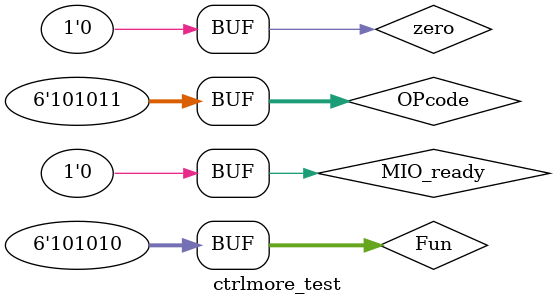
<source format=v>
`timescale 1ns / 1ps


module ctrlmore_test;

	// Inputs
	reg [5:0] OPcode;
	reg [5:0] Fun;
	reg MIO_ready;
	reg zero;

	// Outputs
	wire RegDst;
	wire ALUSrc_B;
	wire [1:0] DatatoReg;
	wire RegWrite;
	wire [2:0] ALU_Control;
	wire mem_w;
	wire [1:0] Branch;
	wire Jal;
	wire CPU_MIO;

	// Instantiate the Unit Under Test (UUT)
	SCPU_ctrl uut (
		.OPcode(OPcode), 
		.Fun(Fun), 
		.MIO_ready(MIO_ready), 
		.zero(zero), 
		.RegDst(RegDst), 
		.ALUSrc_B(ALUSrc_B), 
		.DatatoReg(DatatoReg), 
		.RegWrite(RegWrite), 
		.ALU_Control(ALU_Control), 
		.mem_w(mem_w), 
		.Branch(Branch), 
		.Jal(Jal), 
		.CPU_MIO(CPU_MIO)
	);

	initial begin
		// Initialize Inputs
		OPcode = 0;
		Fun = 0;
		MIO_ready = 0;
		zero = 0;

		// Wait 20 ns for global reset to finish
		#20;
      OPcode = 6'b000000; //eret
		Fun=6'b100000;  //add
		#20;
		Fun=6'b100010;			  //sub
		#20;
      Fun = 6'b100100; //and
		#20;
      Fun = 6'b100101; //or
		#20;
      Fun = 6'b101010; //slt		
		zero=0;
		#20;
      OPcode = 6'b000101; //beq
		zero=1;
		#20;
      OPcode = 6'b000101; //beq
		zero=0;
		#20;
		OPcode = 6'b100011; //lw
		zero=0;
		#20;
		OPcode = 6'b101011; //sw
		#20;

	end
      
endmodule


</source>
